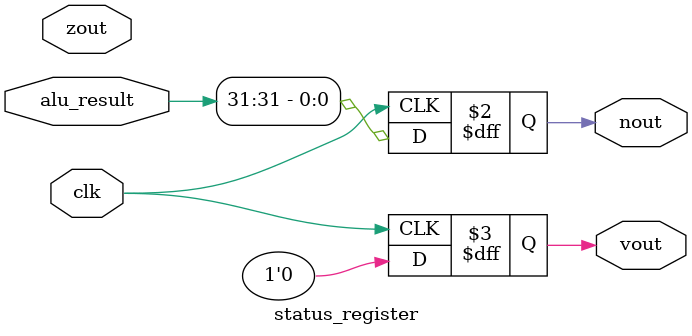
<source format=v>

module status_register(clk, alu_result, zout, nout, vout);
    input clk;
    input [31:0] alu_result;
    input zout;  // Zero flag from ALU
    output reg nout;  // Negative flag
    output reg vout;  // Overflow flag (not fully implemented in this version)
    
    // Update status register on positive clock edge
    always @(posedge clk) begin
        // N flag - set if result is negative (MSB is 1)
        nout <= alu_result[31];
        
        // V flag - overflow detection would require additional logic
        // For this implementation, we'll set it to 0 as it's not fully used
        vout <= 1'b0;
    end
endmodule

</source>
